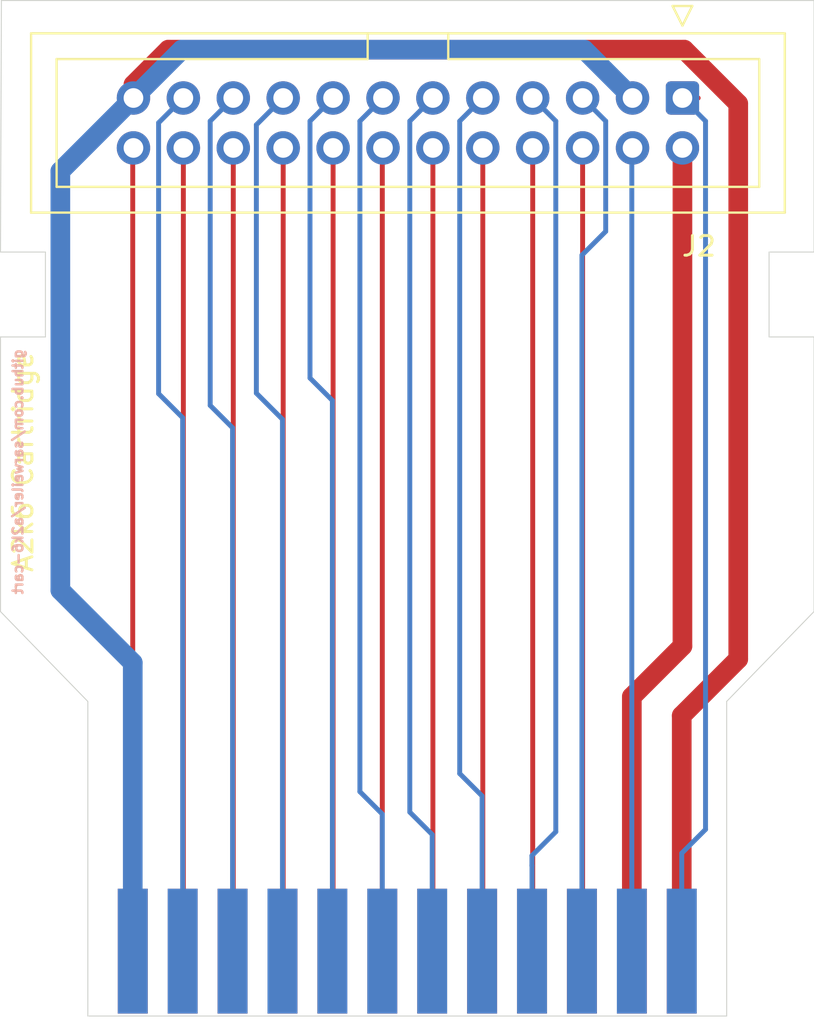
<source format=kicad_pcb>
(kicad_pcb (version 20240108) (generator "pcbnew") (generator_version "8.0")
  (layers (0 "F.Cu" signal) (31 "B.Cu" signal) (34 "B.Paste" user) (35 "F.Paste" user) (36 "B.SilkS" user "B.Silkscreen") (37 "F.SilkS" user "F.Silkscreen") (38 "B.Mask" user) (39 "F.Mask" user) (44 "Edge.Cuts" user))
  (net 0 "")
  (net 1 "D3")
  (net 2 "D4")
  (net 3 "D5")
  (net 4 "D6")
  (net 5 "D7")
  (net 6 "+5V")
  (net 7 "GND")
  (net 8 "D1")
  (net 9 "D2")
  (net 10 "D0")
  (net 11 "Net-(J2-Pin_9)")
  (net 12 "Net-(J2-Pin_7)")
  (net 13 "Net-(J2-Pin_15)")
  (net 14 "Net-(J2-Pin_11)")
  (net 15 "Net-(J2-Pin_5)")
  (net 16 "Net-(J2-Pin_13)")
  (net 17 "Net-(J2-Pin_1)")
  (net 18 "Net-(J2-Pin_14)")
  (net 19 "Net-(J2-Pin_10)")
  (net 20 "Net-(J2-Pin_12)")
  (net 21 "Net-(J2-Pin_8)")
  (net 22 "Net-(J2-Pin_6)")
  (net 23 "Net-(J2-Pin_4)")
  (footprint "Atari:2600_Cartridge_Port" (layer "F.Cu") (at 138.176 114.808)
    (property "Reference" "J1" (hide yes))
    (property "Value" "2600_Cartridge_Port")
    (pad "+5V" connect rect (at 25.908 3.048) (size 1.524 6.35) (layers "F.Cu" "F.Mask") (net 6 "+5V"))
    (pad "A0" connect rect (at 10.668 3.048) (size 1.524 6.35) (layers "B.Cu" "B.Mask") (net 13 "Net-(J2-Pin_15)"))
    (pad "A1" connect rect (at 13.208 3.048) (size 1.524 6.35) (layers "B.Cu" "B.Mask") (net 16 "Net-(J2-Pin_13)"))
    (pad "A2" connect rect (at 15.748 3.048) (size 1.524 6.35) (layers "B.Cu" "B.Mask") (net 14 "Net-(J2-Pin_11)"))
    (pad "A3" connect rect (at 18.288 3.048) (size 1.524 6.35) (layers "B.Cu" "B.Mask") (net 11 "Net-(J2-Pin_9)"))
    (pad "A4" connect rect (at 20.828 3.048) (size 1.524 6.35) (layers "B.Cu" "B.Mask") (net 12 "Net-(J2-Pin_7)"))
    (pad "A5" connect rect (at 23.368 3.048) (size 1.524 6.35) (layers "B.Cu" "B.Mask") (net 15 "Net-(J2-Pin_5)"))
    (pad "A6" connect rect (at 25.908 3.048) (size 1.524 6.35) (layers "B.Cu" "B.Mask") (net 23 "Net-(J2-Pin_4)"))
    (pad "A7" connect rect (at 28.448 3.048) (size 1.524 6.35) (layers "B.Cu" "B.Mask") (net 17 "Net-(J2-Pin_1)"))
    (pad "A8" connect rect (at 23.368 3.048) (size 1.524 6.35) (layers "F.Cu" "F.Mask") (net 22 "Net-(J2-Pin_6)"))
    (pad "A9" connect rect (at 20.828 3.048) (size 1.524 6.35) (layers "F.Cu" "F.Mask") (net 21 "Net-(J2-Pin_8)"))
    (pad "A10" connect rect (at 15.748 3.048) (size 1.524 6.35) (layers "F.Cu" "F.Mask") (net 20 "Net-(J2-Pin_12)"))
    (pad "A11" connect rect (at 18.288 3.048) (size 1.524 6.35) (layers "F.Cu" "F.Mask") (net 19 "Net-(J2-Pin_10)"))
    (pad "A12" connect rect (at 13.208 3.048) (size 1.524 6.35) (layers "F.Cu" "F.Mask") (net 18 "Net-(J2-Pin_14)"))
    (pad "D0" connect rect (at 8.128 3.048) (size 1.524 6.35) (layers "B.Cu" "B.Mask") (net 10 "D0"))
    (pad "D1" connect rect (at 5.588 3.048) (size 1.524 6.35) (layers "B.Cu" "B.Mask") (net 8 "D1"))
    (pad "D2" connect rect (at 3.048 3.048) (size 1.524 6.35) (layers "B.Cu" "B.Mask") (net 9 "D2"))
    (pad "D3" connect rect (at 0.508 3.048) (size 1.524 6.35) (layers "F.Cu" "F.Mask") (net 1 "D3"))
    (pad "D4" connect rect (at 3.048 3.048) (size 1.524 6.35) (layers "F.Cu" "F.Mask") (net 2 "D4"))
    (pad "D5" connect rect (at 5.588 3.048) (size 1.524 6.35) (layers "F.Cu" "F.Mask") (net 3 "D5"))
    (pad "D6" connect rect (at 8.128 3.048) (size 1.524 6.35) (layers "F.Cu" "F.Mask") (net 4 "D6"))
    (pad "D7" connect rect (at 10.668 3.048) (size 1.524 6.35) (layers "F.Cu" "F.Mask") (net 5 "D7"))
    (pad "GND" connect rect (at 0.508 3.048) (size 1.524 6.35) (layers "B.Cu" "B.Mask") (net 7 "GND"))
    (pad "SGND" connect rect (at 28.448 3.048) (size 1.524 6.35) (layers "F.Cu" "F.Mask") (net 7 "GND"))
  )
  (footprint "Connector_IDC:IDC-Header_2x12_P2.54mm_Vertical" (layer "F.Cu") (at 166.66 74.46 -90)
    (property "Reference" "J2" (at 7.54 -0.84 0) (layer "F.SilkS"))
    (property "Value" "Conn_02x12")
    (fp_line (start -3.29 33.15) (end -3.29 -5.21) (stroke (width 0.12)) (layer "F.SilkS"))
    (fp_line (start 5.83 33.15) (end -3.29 33.15) (stroke (width 0.12)) (layer "F.SilkS"))
    (fp_line (start -1.98 31.85) (end -1.98 16.02) (stroke (width 0.12)) (layer "F.SilkS"))
    (fp_line (start 4.52 31.85) (end -1.98 31.85) (stroke (width 0.12)) (layer "F.SilkS"))
    (fp_line (start -1.98 16.02) (end -3.29 16.02) (stroke (width 0.12)) (layer "F.SilkS"))
    (fp_line (start -1.98 16.02) (end -1.98 16.02) (stroke (width 0.12)) (layer "F.SilkS"))
    (fp_line (start -3.29 11.92) (end -1.98 11.92) (stroke (width 0.12)) (layer "F.SilkS"))
    (fp_line (start -1.98 11.92) (end -1.98 -3.91) (stroke (width 0.12)) (layer "F.SilkS"))
    (fp_line (start -4.68 0.5) (end -3.68 0) (stroke (width 0.12)) (layer "F.SilkS"))
    (fp_line (start -3.68 0) (end -4.68 -0.5) (stroke (width 0.12)) (layer "F.SilkS"))
    (fp_line (start -4.68 -0.5) (end -4.68 0.5) (stroke (width 0.12)) (layer "F.SilkS"))
    (fp_line (start -1.98 -3.91) (end 4.52 -3.91) (stroke (width 0.12)) (layer "F.SilkS"))
    (fp_line (start 4.52 -3.91) (end 4.52 31.85) (stroke (width 0.12)) (layer "F.SilkS"))
    (fp_line (start -3.29 -5.21) (end 5.83 -5.21) (stroke (width 0.12)) (layer "F.SilkS"))
    (fp_line (start 5.83 -5.21) (end 5.83 33.15) (stroke (width 0.12)) (layer "F.SilkS"))
    (pad "1" thru_hole roundrect (at 0 0 270) (size 1.7 1.7) (drill 1) (layers "*.Cu" "*.Mask") (roundrect_rratio 0.147059) (net 17 "Net-(J2-Pin_1)"))
    (pad "2" thru_hole circle (at 2.54 0 270) (size 1.7 1.7) (drill 1) (layers "*.Cu" "*.Mask") (net 6 "+5V"))
    (pad "3" thru_hole circle (at 0 2.54 270) (size 1.7 1.7) (drill 1) (layers "*.Cu" "*.Mask") (net 7 "GND"))
    (pad "4" thru_hole circle (at 2.54 2.54 270) (size 1.7 1.7) (drill 1) (layers "*.Cu" "*.Mask") (net 23 "Net-(J2-Pin_4)"))
    (pad "5" thru_hole circle (at 0 5.08 270) (size 1.7 1.7) (drill 1) (layers "*.Cu" "*.Mask") (net 15 "Net-(J2-Pin_5)"))
    (pad "6" thru_hole circle (at 2.54 5.08 270) (size 1.7 1.7) (drill 1) (layers "*.Cu" "*.Mask") (net 22 "Net-(J2-Pin_6)"))
    (pad "7" thru_hole circle (at 0 7.62 270) (size 1.7 1.7) (drill 1) (layers "*.Cu" "*.Mask") (net 12 "Net-(J2-Pin_7)"))
    (pad "8" thru_hole circle (at 2.54 7.62 270) (size 1.7 1.7) (drill 1) (layers "*.Cu" "*.Mask") (net 21 "Net-(J2-Pin_8)"))
    (pad "9" thru_hole circle (at 0 10.16 270) (size 1.7 1.7) (drill 1) (layers "*.Cu" "*.Mask") (net 11 "Net-(J2-Pin_9)"))
    (pad "10" thru_hole circle (at 2.54 10.16 270) (size 1.7 1.7) (drill 1) (layers "*.Cu" "*.Mask") (net 19 "Net-(J2-Pin_10)"))
    (pad "11" thru_hole circle (at 0 12.7 270) (size 1.7 1.7) (drill 1) (layers "*.Cu" "*.Mask") (net 14 "Net-(J2-Pin_11)"))
    (pad "12" thru_hole circle (at 2.54 12.7 270) (size 1.7 1.7) (drill 1) (layers "*.Cu" "*.Mask") (net 20 "Net-(J2-Pin_12)"))
    (pad "13" thru_hole circle (at 0 15.24 270) (size 1.7 1.7) (drill 1) (layers "*.Cu" "*.Mask") (net 16 "Net-(J2-Pin_13)"))
    (pad "14" thru_hole circle (at 2.54 15.24 270) (size 1.7 1.7) (drill 1) (layers "*.Cu" "*.Mask") (net 18 "Net-(J2-Pin_14)"))
    (pad "15" thru_hole circle (at 0 17.78 270) (size 1.7 1.7) (drill 1) (layers "*.Cu" "*.Mask") (net 13 "Net-(J2-Pin_15)"))
    (pad "16" thru_hole circle (at 2.54 17.78 270) (size 1.7 1.7) (drill 1) (layers "*.Cu" "*.Mask") (net 5 "D7"))
    (pad "17" thru_hole circle (at 0 20.32 270) (size 1.7 1.7) (drill 1) (layers "*.Cu" "*.Mask") (net 10 "D0"))
    (pad "18" thru_hole circle (at 2.54 20.32 270) (size 1.7 1.7) (drill 1) (layers "*.Cu" "*.Mask") (net 4 "D6"))
    (pad "19" thru_hole circle (at 0 22.86 270) (size 1.7 1.7) (drill 1) (layers "*.Cu" "*.Mask") (net 8 "D1"))
    (pad "20" thru_hole circle (at 2.54 22.86 270) (size 1.7 1.7) (drill 1) (layers "*.Cu" "*.Mask") (net 3 "D5"))
    (pad "21" thru_hole circle (at 0 25.4 270) (size 1.7 1.7) (drill 1) (layers "*.Cu" "*.Mask") (net 9 "D2"))
    (pad "22" thru_hole circle (at 2.54 25.4 270) (size 1.7 1.7) (drill 1) (layers "*.Cu" "*.Mask") (net 2 "D4"))
    (pad "23" thru_hole circle (at 0 27.94 270) (size 1.7 1.7) (drill 1) (layers "*.Cu" "*.Mask") (net 7 "GND"))
    (pad "24" thru_hole circle (at 2.54 27.94 270) (size 1.7 1.7) (drill 1) (layers "*.Cu" "*.Mask") (net 1 "D3"))
  )
  (gr_line (start 168.91 121.158) (end 136.398 121.158) (stroke (width 0.05)) (layer "Edge.Cuts"))
  (gr_line (start 173.355 100.584) (end 173.355 86.614) (stroke (width 0.05)) (layer "Edge.Cuts"))
  (gr_line (start 136.398 105.156) (end 131.953 100.584) (stroke (width 0.05)) (layer "Edge.Cuts"))
  (gr_line (start 131.953 100.584) (end 131.953 86.614) (stroke (width 0.05)) (layer "Edge.Cuts"))
  (gr_line (start 134.239 82.296) (end 131.953 82.296) (stroke (width 0.05)) (layer "Edge.Cuts"))
  (gr_line (start 168.91 105.156) (end 168.91 121.158) (stroke (width 0.05)) (layer "Edge.Cuts"))
  (gr_line (start 131.953 86.614) (end 134.239 86.614) (stroke (width 0.05)) (layer "Edge.Cuts"))
  (gr_line (start 168.91 105.156) (end 173.355 100.584) (stroke (width 0.05)) (layer "Edge.Cuts"))
  (gr_line (start 136.398 121.158) (end 136.398 105.156) (stroke (width 0.05)) (layer "Edge.Cuts"))
  (gr_line (start 173.355 86.614) (end 171.069 86.614) (stroke (width 0.05)) (layer "Edge.Cuts"))
  (gr_line (start 171.069 86.614) (end 171.069 82.296) (stroke (width 0.05)) (layer "Edge.Cuts"))
  (gr_line (start 171.069 82.296) (end 173.355 82.296) (stroke (width 0.05)) (layer "Edge.Cuts"))
  (gr_line (start 132 69.5) (end 173.355 69.5) (stroke (width 0.05)) (layer "Edge.Cuts"))
  (gr_line (start 134.239 86.614) (end 134.239 82.296) (stroke (width 0.05)) (layer "Edge.Cuts"))
  (gr_line (start 131.953 82.296) (end 132 69.5) (stroke (width 0.05)) (layer "Edge.Cuts"))
  (gr_line (start 173.355 82.296) (end 173.355 69.5) (stroke (width 0.05)) (layer "Edge.Cuts"))
  (gr_text "github.com/sarweiler/a2k6-cart" (at 132.842 93.472 90) (layer "B.SilkS") (effects (font (size 0.5 0.5) (thickness 0.125)) (justify mirror)))
  (gr_text "A2k6 Cartridge" (at 133.096 92.964 90) (layer "F.SilkS") (effects (font (size 1 1))))
  (segment (start 138.684 117.856) (end 138.684 77.036) (width 0.25) (layer "F.Cu") (net 1))
  (segment (start 138.684 77.036) (end 138.72 77) (width 0.25) (layer "F.Cu") (net 1))
  (segment (start 141.26 77) (end 141.26 117.82) (width 0.25) (layer "F.Cu") (net 2))
  (segment (start 141.26 117.82) (end 141.224 117.856) (width 0.25) (layer "F.Cu") (net 2))
  (segment (start 143.8 77) (end 143.8 117.82) (width 0.25) (layer "F.Cu") (net 3))
  (segment (start 143.8 117.82) (end 143.764 117.856) (width 0.25) (layer "F.Cu") (net 3))
  (segment (start 146.34 77) (end 146.34 117.82) (width 0.25) (layer "F.Cu") (net 4))
  (segment (start 146.34 117.82) (end 146.304 117.856) (width 0.25) (layer "F.Cu") (net 4))
  (segment (start 148.88 117.82) (end 148.844 117.856) (width 0.25) (layer "F.Cu") (net 5))
  (segment (start 148.88 77) (end 148.88 117.82) (width 0.25) (layer "F.Cu") (net 5))
  (segment (start 164.084 104.916) (end 164.084 117.856) (width 1) (layer "F.Cu") (net 6))
  (segment (start 166.66 77) (end 166.66 102.34) (width 1) (layer "F.Cu") (net 6))
  (segment (start 166.66 102.34) (end 164.084 104.916) (width 1) (layer "F.Cu") (net 6))
  (segment (start 166.624 117.856) (end 166.624 105.876) (width 1) (layer "F.Cu") (net 7))
  (segment (start 166.624 105.876) (end 169.5 103) (width 1) (layer "F.Cu") (net 7))
  (segment (start 166.75043 72) (end 140.5 72) (width 1) (layer "F.Cu") (net 7))
  (segment (start 169.5 103) (end 169.5 74.74957) (width 1) (layer "F.Cu") (net 7))
  (segment (start 138.72 73.78) (end 138.72 74.46) (width 1) (layer "F.Cu") (net 7))
  (segment (start 140.5 72) (end 138.72 73.78) (width 1) (layer "F.Cu") (net 7))
  (segment (start 169.5 74.74957) (end 166.75043 72) (width 1) (layer "F.Cu") (net 7))
  (segment (start 135 78.18) (end 138.72 74.46) (width 1) (layer "B.Cu") (net 7))
  (segment (start 141.18 72) (end 138.72 74.46) (width 1) (layer "B.Cu") (net 7))
  (segment (start 138.684 103.184) (end 135 99.5) (width 1) (layer "B.Cu") (net 7))
  (segment (start 135 99.5) (end 135 78.18) (width 1) (layer "B.Cu") (net 7))
  (segment (start 164.12 74.46) (end 161.66 72) (width 1) (layer "B.Cu") (net 7))
  (segment (start 161.66 72) (end 141.18 72) (width 1) (layer "B.Cu") (net 7))
  (segment (start 138.684 117.856) (end 138.684 103.184) (width 1) (layer "B.Cu") (net 7))
  (segment (start 142.625 90.097) (end 143.764 91.236) (width 0.25) (layer "B.Cu") (net 8))
  (segment (start 143.764 117.856) (end 143.764 91.236) (width 0.25) (layer "B.Cu") (net 8))
  (segment (start 143.8 74.46) (end 142.625 75.635) (width 0.25) (layer "B.Cu") (net 8))
  (segment (start 142.625 75.635) (end 142.625 90.097) (width 0.25) (layer "B.Cu") (net 8))
  (segment (start 140 75.72) (end 141.26 74.46) (width 0.25) (layer "B.Cu") (net 9))
  (segment (start 141.224 90.724) (end 140 89.5) (width 0.25) (layer "B.Cu") (net 9))
  (segment (start 141.224 117.856) (end 141.224 90.724) (width 0.25) (layer "B.Cu") (net 9))
  (segment (start 140 89.5) (end 140 75.72) (width 0.25) (layer "B.Cu") (net 9))
  (segment (start 144.975 75.825) (end 146.34 74.46) (width 0.25) (layer "B.Cu") (net 10))
  (segment (start 146.304 90.804) (end 144.975 89.475) (width 0.25) (layer "B.Cu") (net 10))
  (segment (start 146.304 117.856) (end 146.304 90.804) (width 0.25) (layer "B.Cu") (net 10))
  (segment (start 144.975 89.475) (end 144.975 75.825) (width 0.25) (layer "B.Cu") (net 10))
  (segment (start 155.325 75.635) (end 155.325 108.825) (width 0.25) (layer "B.Cu") (net 11))
  (segment (start 156.464 109.964) (end 156.464 117.856) (width 0.25) (layer "B.Cu") (net 11))
  (segment (start 156.5 74.46) (end 155.325 75.635) (width 0.25) (layer "B.Cu") (net 11))
  (segment (start 155.325 108.825) (end 156.464 109.964) (width 0.25) (layer "B.Cu") (net 11))
  (segment (start 159 113.5) (end 159.004 113.504) (width 0.25) (layer "B.Cu") (net 12))
  (segment (start 159 113) (end 159 113.5) (width 0.25) (layer "B.Cu") (net 12))
  (segment (start 160.215 75.635) (end 160.215 111.785) (width 0.25) (layer "B.Cu") (net 12))
  (segment (start 159.04 74.46) (end 160.215 75.635) (width 0.25) (layer "B.Cu") (net 12))
  (segment (start 159.004 113.504) (end 159.004 117.856) (width 0.25) (layer "B.Cu") (net 12))
  (segment (start 160.215 111.785) (end 159 113) (width 0.25) (layer "B.Cu") (net 12))
  (segment (start 148.844 117.856) (end 148.844 89.844) (width 0.25) (layer "B.Cu") (net 13))
  (segment (start 147.705 75.635) (end 148.88 74.46) (width 0.25) (layer "B.Cu") (net 13))
  (segment (start 147.705 88.705) (end 147.705 75.635) (width 0.25) (layer "B.Cu") (net 13))
  (segment (start 148.844 89.844) (end 147.705 88.705) (width 0.25) (layer "B.Cu") (net 13))
  (segment (start 153.924 111.924) (end 153.924 117.856) (width 0.25) (layer "B.Cu") (net 14))
  (segment (start 152.785 110.785) (end 153.924 111.924) (width 0.25) (layer "B.Cu") (net 14))
  (segment (start 152.785 75.635) (end 152.785 110.785) (width 0.25) (layer "B.Cu") (net 14))
  (segment (start 153.96 74.46) (end 152.785 75.635) (width 0.25) (layer "B.Cu") (net 14))
  (segment (start 162.755 75.635) (end 162.755 81.245) (width 0.25) (layer "B.Cu") (net 15))
  (segment (start 162.755 81.245) (end 161.544 82.456) (width 0.25) (layer "B.Cu") (net 15))
  (segment (start 161.544 82.456) (end 161.544 117.856) (width 0.25) (layer "B.Cu") (net 15))
  (segment (start 161.58 74.46) (end 162.755 75.635) (width 0.25) (layer "B.Cu") (net 15))
  (segment (start 151.384 110.884) (end 151.384 117.856) (width 0.25) (layer "B.Cu") (net 16))
  (segment (start 151.42 74.46) (end 150.245 75.635) (width 0.25) (layer "B.Cu") (net 16))
  (segment (start 150.245 75.635) (end 150.245 109.745) (width 0.25) (layer "B.Cu") (net 16))
  (segment (start 150.245 109.745) (end 151.384 110.884) (width 0.25) (layer "B.Cu") (net 16))
  (segment (start 166.66 74.46) (end 167.46 74.46) (width 0.25) (layer "F.Cu") (net 17))
  (segment (start 167.835 111.665) (end 166.624 112.876) (width 0.25) (layer "B.Cu") (net 17))
  (segment (start 166.624 112.876) (end 166.624 117.856) (width 0.25) (layer "B.Cu") (net 17))
  (segment (start 166.66 74.46) (end 167.835 75.635) (width 0.25) (layer "B.Cu") (net 17))
  (segment (start 167.835 75.635) (end 167.835 111.665) (width 0.25) (layer "B.Cu") (net 17))
  (segment (start 151.384 117.856) (end 151.384 77.036) (width 0.25) (layer "F.Cu") (net 18))
  (segment (start 151.384 77.036) (end 151.42 77) (width 0.25) (layer "F.Cu") (net 18))
  (segment (start 156.5 117.82) (end 156.464 117.856) (width 0.25) (layer "F.Cu") (net 19))
  (segment (start 156.5 77) (end 156.5 117.82) (width 0.25) (layer "F.Cu") (net 19))
  (segment (start 153.96 77) (end 153.96 117.82) (width 0.25) (layer "F.Cu") (net 20))
  (segment (start 153.96 117.82) (end 153.924 117.856) (width 0.25) (layer "F.Cu") (net 20))
  (segment (start 159.04 117.82) (end 159.004 117.856) (width 0.25) (layer "F.Cu") (net 21))
  (segment (start 159.04 77) (end 159.04 117.82) (width 0.25) (layer "F.Cu") (net 21))
  (segment (start 161.58 117.82) (end 161.544 117.856) (width 0.25) (layer "F.Cu") (net 22))
  (segment (start 161.58 77) (end 161.58 117.82) (width 0.25) (layer "F.Cu") (net 22))
  (segment (start 164.084 77.036) (end 164.12 77) (width 0.25) (layer "B.Cu") (net 23))
  (segment (start 164.084 117.856) (end 164.084 77.036) (width 0.25) (layer "B.Cu") (net 23))
)
</source>
